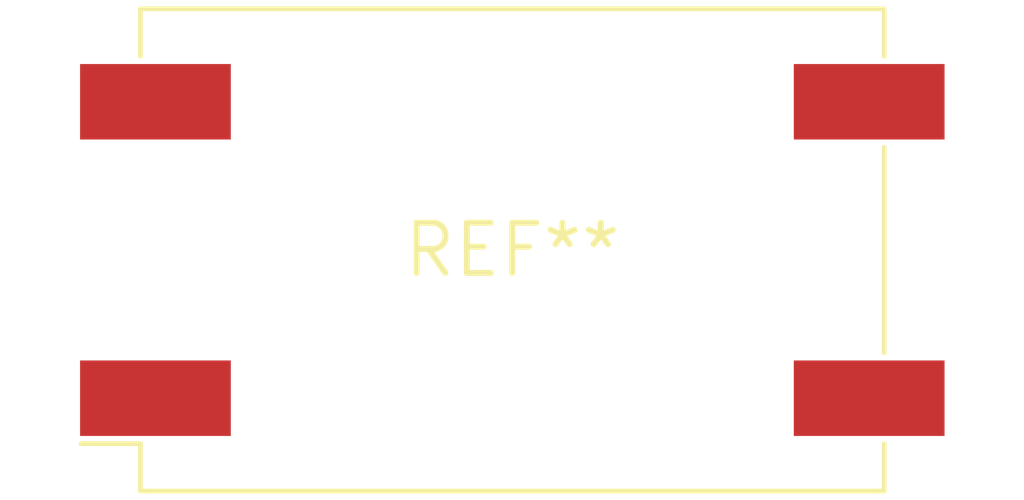
<source format=kicad_pcb>
(kicad_pcb (version 20240108) (generator pcbnew)
  (layers (0 "F.Cu" signal) (31 "B.Cu" signal) (34 "B.Paste" user) (35 "F.Paste" user) (36 "B.SilkS" user "B.Silkscreen") (37 "F.SilkS" user "F.Silkscreen") (38 "B.Mask" user) (39 "F.Mask" user) (44 "Edge.Cuts" user))
  (net 0 "")
  (footprint "Oscillator_SMD_TCXO_G158" (layer "F.Cu") (at 0 0)
    (property "Reference" "REF**")
    (property "Value" "Oscillator_SMD_TCXO_G158")
    (fp_line (start -10.9 4.9) (end -9.4 4.9) (layer "F.SilkS") (stroke (width 0.12)))
    (fp_line (start -9.4 -6.1) (end -9.4 -4.9) (layer "F.SilkS") (stroke (width 0.12)))
    (fp_line (start -9.4 4.9) (end -9.4 6.1) (layer "F.SilkS") (stroke (width 0.12)))
    (fp_line (start -9.4 6.1) (end 9.4 6.1) (layer "F.SilkS") (stroke (width 0.12)))
    (fp_line (start 9.4 -6.1) (end -9.4 -6.1) (layer "F.SilkS") (stroke (width 0.12)))
    (fp_line (start 9.4 -4.9) (end 9.4 -6.1) (layer "F.SilkS") (stroke (width 0.12)))
    (fp_line (start 9.4 2.6) (end 9.4 -2.6) (layer "F.SilkS") (stroke (width 0.12)))
    (fp_line (start 9.4 6.1) (end 9.4 4.9) (layer "F.SilkS") (stroke (width 0.12)))
    (pad "1" smd rect (at -9.02 3.75) (size 3.81 1.91) (layers "F.Cu" "F.Paste" "F.Mask"))
    (pad "2" smd rect (at 9.02 3.75) (size 3.81 1.91) (layers "F.Cu" "F.Paste" "F.Mask"))
    (pad "3" smd rect (at 9.02 -3.75) (size 3.81 1.91) (layers "F.Cu" "F.Paste" "F.Mask"))
    (pad "4" smd rect (at -9.02 -3.75) (size 3.81 1.91) (layers "F.Cu" "F.Paste" "F.Mask"))
  )
)
</source>
